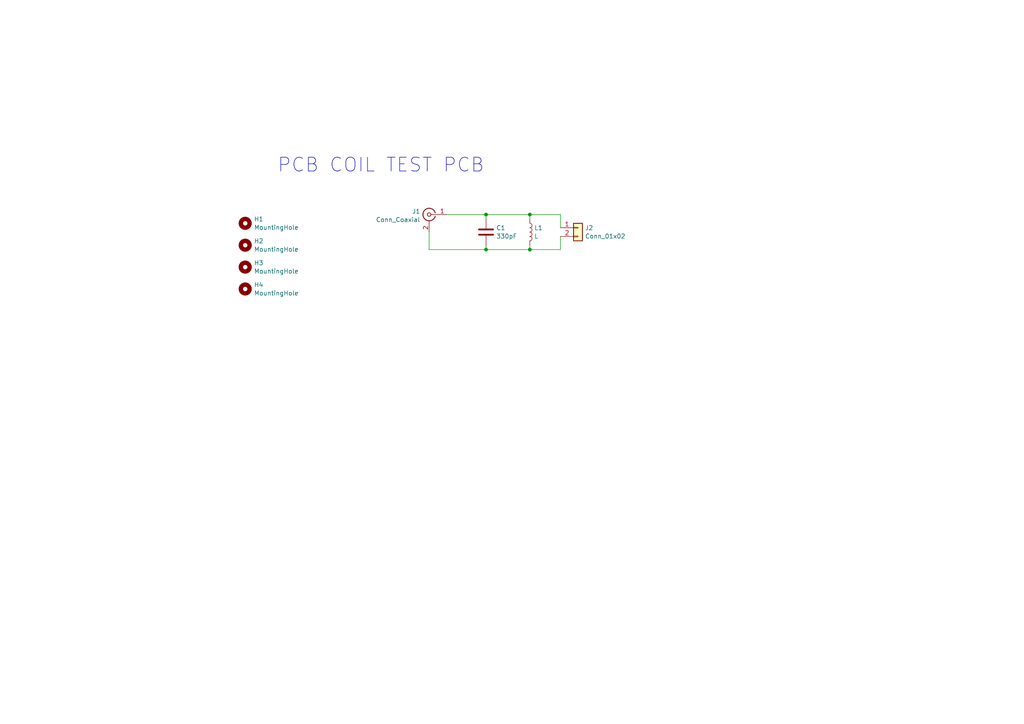
<source format=kicad_sch>
(kicad_sch
	(version 20231120)
	(generator "eeschema")
	(generator_version "8.0")
	(uuid "b6860155-4788-4ed4-bed3-b98e818ddcfb")
	(paper "A4")
	(lib_symbols
		(symbol "Connector:Conn_Coaxial"
			(pin_names
				(offset 1.016) hide)
			(exclude_from_sim no)
			(in_bom yes)
			(on_board yes)
			(property "Reference" "J"
				(at 0.254 3.048 0)
				(effects
					(font
						(size 1.27 1.27)
					)
				)
			)
			(property "Value" "Conn_Coaxial"
				(at 2.921 0 90)
				(effects
					(font
						(size 1.27 1.27)
					)
				)
			)
			(property "Footprint" ""
				(at 0 0 0)
				(effects
					(font
						(size 1.27 1.27)
					)
					(hide yes)
				)
			)
			(property "Datasheet" " ~"
				(at 0 0 0)
				(effects
					(font
						(size 1.27 1.27)
					)
					(hide yes)
				)
			)
			(property "Description" "coaxial connector (BNC, SMA, SMB, SMC, Cinch/RCA, LEMO, ...)"
				(at 0 0 0)
				(effects
					(font
						(size 1.27 1.27)
					)
					(hide yes)
				)
			)
			(property "ki_keywords" "BNC SMA SMB SMC LEMO coaxial connector CINCH RCA MCX MMCX U.FL UMRF"
				(at 0 0 0)
				(effects
					(font
						(size 1.27 1.27)
					)
					(hide yes)
				)
			)
			(property "ki_fp_filters" "*BNC* *SMA* *SMB* *SMC* *Cinch* *LEMO* *UMRF* *MCX* *U.FL*"
				(at 0 0 0)
				(effects
					(font
						(size 1.27 1.27)
					)
					(hide yes)
				)
			)
			(symbol "Conn_Coaxial_0_1"
				(arc
					(start -1.778 -0.508)
					(mid 0.2311 -1.8066)
					(end 1.778 0)
					(stroke
						(width 0.254)
						(type default)
					)
					(fill
						(type none)
					)
				)
				(polyline
					(pts
						(xy -2.54 0) (xy -0.508 0)
					)
					(stroke
						(width 0)
						(type default)
					)
					(fill
						(type none)
					)
				)
				(polyline
					(pts
						(xy 0 -2.54) (xy 0 -1.778)
					)
					(stroke
						(width 0)
						(type default)
					)
					(fill
						(type none)
					)
				)
				(circle
					(center 0 0)
					(radius 0.508)
					(stroke
						(width 0.2032)
						(type default)
					)
					(fill
						(type none)
					)
				)
				(arc
					(start 1.778 0)
					(mid 0.2099 1.8101)
					(end -1.778 0.508)
					(stroke
						(width 0.254)
						(type default)
					)
					(fill
						(type none)
					)
				)
			)
			(symbol "Conn_Coaxial_1_1"
				(pin passive line
					(at -5.08 0 0)
					(length 2.54)
					(name "In"
						(effects
							(font
								(size 1.27 1.27)
							)
						)
					)
					(number "1"
						(effects
							(font
								(size 1.27 1.27)
							)
						)
					)
				)
				(pin passive line
					(at 0 -5.08 90)
					(length 2.54)
					(name "Ext"
						(effects
							(font
								(size 1.27 1.27)
							)
						)
					)
					(number "2"
						(effects
							(font
								(size 1.27 1.27)
							)
						)
					)
				)
			)
		)
		(symbol "Connector_Generic:Conn_01x02"
			(pin_names
				(offset 1.016) hide)
			(exclude_from_sim no)
			(in_bom yes)
			(on_board yes)
			(property "Reference" "J"
				(at 0 2.54 0)
				(effects
					(font
						(size 1.27 1.27)
					)
				)
			)
			(property "Value" "Conn_01x02"
				(at 0 -5.08 0)
				(effects
					(font
						(size 1.27 1.27)
					)
				)
			)
			(property "Footprint" ""
				(at 0 0 0)
				(effects
					(font
						(size 1.27 1.27)
					)
					(hide yes)
				)
			)
			(property "Datasheet" "~"
				(at 0 0 0)
				(effects
					(font
						(size 1.27 1.27)
					)
					(hide yes)
				)
			)
			(property "Description" "Generic connector, single row, 01x02, script generated (kicad-library-utils/schlib/autogen/connector/)"
				(at 0 0 0)
				(effects
					(font
						(size 1.27 1.27)
					)
					(hide yes)
				)
			)
			(property "ki_keywords" "connector"
				(at 0 0 0)
				(effects
					(font
						(size 1.27 1.27)
					)
					(hide yes)
				)
			)
			(property "ki_fp_filters" "Connector*:*_1x??_*"
				(at 0 0 0)
				(effects
					(font
						(size 1.27 1.27)
					)
					(hide yes)
				)
			)
			(symbol "Conn_01x02_1_1"
				(rectangle
					(start -1.27 -2.413)
					(end 0 -2.667)
					(stroke
						(width 0.1524)
						(type default)
					)
					(fill
						(type none)
					)
				)
				(rectangle
					(start -1.27 0.127)
					(end 0 -0.127)
					(stroke
						(width 0.1524)
						(type default)
					)
					(fill
						(type none)
					)
				)
				(rectangle
					(start -1.27 1.27)
					(end 1.27 -3.81)
					(stroke
						(width 0.254)
						(type default)
					)
					(fill
						(type background)
					)
				)
				(pin passive line
					(at -5.08 0 0)
					(length 3.81)
					(name "Pin_1"
						(effects
							(font
								(size 1.27 1.27)
							)
						)
					)
					(number "1"
						(effects
							(font
								(size 1.27 1.27)
							)
						)
					)
				)
				(pin passive line
					(at -5.08 -2.54 0)
					(length 3.81)
					(name "Pin_2"
						(effects
							(font
								(size 1.27 1.27)
							)
						)
					)
					(number "2"
						(effects
							(font
								(size 1.27 1.27)
							)
						)
					)
				)
			)
		)
		(symbol "Device:C"
			(pin_numbers hide)
			(pin_names
				(offset 0.254)
			)
			(exclude_from_sim no)
			(in_bom yes)
			(on_board yes)
			(property "Reference" "C"
				(at 0.635 2.54 0)
				(effects
					(font
						(size 1.27 1.27)
					)
					(justify left)
				)
			)
			(property "Value" "C"
				(at 0.635 -2.54 0)
				(effects
					(font
						(size 1.27 1.27)
					)
					(justify left)
				)
			)
			(property "Footprint" ""
				(at 0.9652 -3.81 0)
				(effects
					(font
						(size 1.27 1.27)
					)
					(hide yes)
				)
			)
			(property "Datasheet" "~"
				(at 0 0 0)
				(effects
					(font
						(size 1.27 1.27)
					)
					(hide yes)
				)
			)
			(property "Description" "Unpolarized capacitor"
				(at 0 0 0)
				(effects
					(font
						(size 1.27 1.27)
					)
					(hide yes)
				)
			)
			(property "ki_keywords" "cap capacitor"
				(at 0 0 0)
				(effects
					(font
						(size 1.27 1.27)
					)
					(hide yes)
				)
			)
			(property "ki_fp_filters" "C_*"
				(at 0 0 0)
				(effects
					(font
						(size 1.27 1.27)
					)
					(hide yes)
				)
			)
			(symbol "C_0_1"
				(polyline
					(pts
						(xy -2.032 -0.762) (xy 2.032 -0.762)
					)
					(stroke
						(width 0.508)
						(type default)
					)
					(fill
						(type none)
					)
				)
				(polyline
					(pts
						(xy -2.032 0.762) (xy 2.032 0.762)
					)
					(stroke
						(width 0.508)
						(type default)
					)
					(fill
						(type none)
					)
				)
			)
			(symbol "C_1_1"
				(pin passive line
					(at 0 3.81 270)
					(length 2.794)
					(name "~"
						(effects
							(font
								(size 1.27 1.27)
							)
						)
					)
					(number "1"
						(effects
							(font
								(size 1.27 1.27)
							)
						)
					)
				)
				(pin passive line
					(at 0 -3.81 90)
					(length 2.794)
					(name "~"
						(effects
							(font
								(size 1.27 1.27)
							)
						)
					)
					(number "2"
						(effects
							(font
								(size 1.27 1.27)
							)
						)
					)
				)
			)
		)
		(symbol "Device:L"
			(pin_numbers hide)
			(pin_names
				(offset 1.016) hide)
			(exclude_from_sim no)
			(in_bom yes)
			(on_board yes)
			(property "Reference" "L"
				(at -1.27 0 90)
				(effects
					(font
						(size 1.27 1.27)
					)
				)
			)
			(property "Value" "L"
				(at 1.905 0 90)
				(effects
					(font
						(size 1.27 1.27)
					)
				)
			)
			(property "Footprint" ""
				(at 0 0 0)
				(effects
					(font
						(size 1.27 1.27)
					)
					(hide yes)
				)
			)
			(property "Datasheet" "~"
				(at 0 0 0)
				(effects
					(font
						(size 1.27 1.27)
					)
					(hide yes)
				)
			)
			(property "Description" "Inductor"
				(at 0 0 0)
				(effects
					(font
						(size 1.27 1.27)
					)
					(hide yes)
				)
			)
			(property "ki_keywords" "inductor choke coil reactor magnetic"
				(at 0 0 0)
				(effects
					(font
						(size 1.27 1.27)
					)
					(hide yes)
				)
			)
			(property "ki_fp_filters" "Choke_* *Coil* Inductor_* L_*"
				(at 0 0 0)
				(effects
					(font
						(size 1.27 1.27)
					)
					(hide yes)
				)
			)
			(symbol "L_0_1"
				(arc
					(start 0 -2.54)
					(mid 0.6323 -1.905)
					(end 0 -1.27)
					(stroke
						(width 0)
						(type default)
					)
					(fill
						(type none)
					)
				)
				(arc
					(start 0 -1.27)
					(mid 0.6323 -0.635)
					(end 0 0)
					(stroke
						(width 0)
						(type default)
					)
					(fill
						(type none)
					)
				)
				(arc
					(start 0 0)
					(mid 0.6323 0.635)
					(end 0 1.27)
					(stroke
						(width 0)
						(type default)
					)
					(fill
						(type none)
					)
				)
				(arc
					(start 0 1.27)
					(mid 0.6323 1.905)
					(end 0 2.54)
					(stroke
						(width 0)
						(type default)
					)
					(fill
						(type none)
					)
				)
			)
			(symbol "L_1_1"
				(pin passive line
					(at 0 3.81 270)
					(length 1.27)
					(name "1"
						(effects
							(font
								(size 1.27 1.27)
							)
						)
					)
					(number "1"
						(effects
							(font
								(size 1.27 1.27)
							)
						)
					)
				)
				(pin passive line
					(at 0 -3.81 90)
					(length 1.27)
					(name "2"
						(effects
							(font
								(size 1.27 1.27)
							)
						)
					)
					(number "2"
						(effects
							(font
								(size 1.27 1.27)
							)
						)
					)
				)
			)
		)
		(symbol "Mechanical:MountingHole"
			(pin_names
				(offset 1.016)
			)
			(exclude_from_sim yes)
			(in_bom no)
			(on_board yes)
			(property "Reference" "H"
				(at 0 5.08 0)
				(effects
					(font
						(size 1.27 1.27)
					)
				)
			)
			(property "Value" "MountingHole"
				(at 0 3.175 0)
				(effects
					(font
						(size 1.27 1.27)
					)
				)
			)
			(property "Footprint" ""
				(at 0 0 0)
				(effects
					(font
						(size 1.27 1.27)
					)
					(hide yes)
				)
			)
			(property "Datasheet" "~"
				(at 0 0 0)
				(effects
					(font
						(size 1.27 1.27)
					)
					(hide yes)
				)
			)
			(property "Description" "Mounting Hole without connection"
				(at 0 0 0)
				(effects
					(font
						(size 1.27 1.27)
					)
					(hide yes)
				)
			)
			(property "ki_keywords" "mounting hole"
				(at 0 0 0)
				(effects
					(font
						(size 1.27 1.27)
					)
					(hide yes)
				)
			)
			(property "ki_fp_filters" "MountingHole*"
				(at 0 0 0)
				(effects
					(font
						(size 1.27 1.27)
					)
					(hide yes)
				)
			)
			(symbol "MountingHole_0_1"
				(circle
					(center 0 0)
					(radius 1.27)
					(stroke
						(width 1.27)
						(type default)
					)
					(fill
						(type none)
					)
				)
			)
		)
	)
	(junction
		(at 153.67 72.39)
		(diameter 0)
		(color 0 0 0 0)
		(uuid "6801e8b0-9d14-45bf-b7ea-f7796a09c14a")
	)
	(junction
		(at 140.97 72.39)
		(diameter 0)
		(color 0 0 0 0)
		(uuid "7589b6b6-7619-47ae-a494-df3560110676")
	)
	(junction
		(at 140.97 62.23)
		(diameter 0)
		(color 0 0 0 0)
		(uuid "e09efcd0-7a99-49d6-a1e7-a38e0d245bcb")
	)
	(junction
		(at 153.67 62.23)
		(diameter 0)
		(color 0 0 0 0)
		(uuid "fa78b7f2-ca15-4122-bb77-3fa16452fe71")
	)
	(wire
		(pts
			(xy 140.97 72.39) (xy 124.46 72.39)
		)
		(stroke
			(width 0)
			(type default)
		)
		(uuid "18bbad26-e166-4218-8ab8-238428a5b2aa")
	)
	(wire
		(pts
			(xy 162.56 62.23) (xy 153.67 62.23)
		)
		(stroke
			(width 0)
			(type default)
		)
		(uuid "22cc4e65-6900-4371-9370-618c4dcb78e4")
	)
	(wire
		(pts
			(xy 162.56 66.04) (xy 162.56 62.23)
		)
		(stroke
			(width 0)
			(type default)
		)
		(uuid "34401b82-3c39-4cce-83fd-b2c35bc0c409")
	)
	(wire
		(pts
			(xy 153.67 72.39) (xy 140.97 72.39)
		)
		(stroke
			(width 0)
			(type default)
		)
		(uuid "462a059b-db63-46ff-8fc4-de340702f44f")
	)
	(wire
		(pts
			(xy 140.97 62.23) (xy 140.97 63.5)
		)
		(stroke
			(width 0)
			(type default)
		)
		(uuid "551f86c9-81ae-4c3b-88ad-18e6868778fa")
	)
	(wire
		(pts
			(xy 153.67 62.23) (xy 153.67 63.5)
		)
		(stroke
			(width 0)
			(type default)
		)
		(uuid "5d23fa9c-f3e1-497b-959e-6549f50b1440")
	)
	(wire
		(pts
			(xy 140.97 71.12) (xy 140.97 72.39)
		)
		(stroke
			(width 0)
			(type default)
		)
		(uuid "94cf5362-3cf4-4b94-9052-01d8f5f83760")
	)
	(wire
		(pts
			(xy 153.67 71.12) (xy 153.67 72.39)
		)
		(stroke
			(width 0)
			(type default)
		)
		(uuid "96db9cee-f2d7-41d2-9bec-49c0c0ea4693")
	)
	(wire
		(pts
			(xy 124.46 72.39) (xy 124.46 67.31)
		)
		(stroke
			(width 0)
			(type default)
		)
		(uuid "a7abea15-30ff-4dd3-9fd4-a19b8810c349")
	)
	(wire
		(pts
			(xy 162.56 68.58) (xy 162.56 72.39)
		)
		(stroke
			(width 0)
			(type default)
		)
		(uuid "bafd08f7-8d10-433e-828a-6481d61a116b")
	)
	(wire
		(pts
			(xy 140.97 62.23) (xy 153.67 62.23)
		)
		(stroke
			(width 0)
			(type default)
		)
		(uuid "ceb63e7b-6d38-4764-8d68-fb0fe5d7b6b7")
	)
	(wire
		(pts
			(xy 129.54 62.23) (xy 140.97 62.23)
		)
		(stroke
			(width 0)
			(type default)
		)
		(uuid "cfd522a2-bd8b-43e4-9a65-5e5a00503e29")
	)
	(wire
		(pts
			(xy 162.56 72.39) (xy 153.67 72.39)
		)
		(stroke
			(width 0)
			(type default)
		)
		(uuid "fcb44d85-11a9-48ed-abd4-fe1d2536658e")
	)
	(text "PCB COIL TEST PCB"
		(exclude_from_sim no)
		(at 110.49 48.006 0)
		(effects
			(font
				(size 4 4)
			)
		)
		(uuid "efa62670-5392-4493-9343-82592fd28625")
	)
	(symbol
		(lib_id "Connector:Conn_Coaxial")
		(at 124.46 62.23 0)
		(mirror y)
		(unit 1)
		(exclude_from_sim no)
		(in_bom yes)
		(on_board yes)
		(dnp no)
		(uuid "2e78d3a8-629c-47be-9e0c-a22008597233")
		(property "Reference" "J1"
			(at 121.9199 61.311 0)
			(effects
				(font
					(size 1.27 1.27)
				)
				(justify left)
			)
		)
		(property "Value" "Conn_Coaxial"
			(at 121.9199 63.7353 0)
			(effects
				(font
					(size 1.27 1.27)
				)
				(justify left)
			)
		)
		(property "Footprint" "Connector_Coaxial:SMB_Jack_Vertical"
			(at 124.46 62.23 0)
			(effects
				(font
					(size 1.27 1.27)
				)
				(hide yes)
			)
		)
		(property "Datasheet" " ~"
			(at 124.46 62.23 0)
			(effects
				(font
					(size 1.27 1.27)
				)
				(hide yes)
			)
		)
		(property "Description" "coaxial connector (BNC, SMA, SMB, SMC, Cinch/RCA, LEMO, ...)"
			(at 124.46 62.23 0)
			(effects
				(font
					(size 1.27 1.27)
				)
				(hide yes)
			)
		)
		(property "LCSC" "C2797251"
			(at 124.46 62.23 0)
			(effects
				(font
					(size 1.27 1.27)
				)
				(hide yes)
			)
		)
		(pin "1"
			(uuid "0747de70-f028-4a76-baad-b23ba6a5b52c")
		)
		(pin "2"
			(uuid "992ac550-9948-493b-a01b-2d39da77b709")
		)
		(instances
			(project "eddy_pcb_coil"
				(path "/b6860155-4788-4ed4-bed3-b98e818ddcfb"
					(reference "J1")
					(unit 1)
				)
			)
		)
	)
	(symbol
		(lib_id "Device:C")
		(at 140.97 67.31 0)
		(unit 1)
		(exclude_from_sim no)
		(in_bom yes)
		(on_board yes)
		(dnp no)
		(fields_autoplaced yes)
		(uuid "3d499fce-b92a-4982-bc89-be1a7921faa0")
		(property "Reference" "C1"
			(at 143.891 66.0978 0)
			(effects
				(font
					(size 1.27 1.27)
				)
				(justify left)
			)
		)
		(property "Value" "330pF"
			(at 143.891 68.5221 0)
			(effects
				(font
					(size 1.27 1.27)
				)
				(justify left)
			)
		)
		(property "Footprint" "Capacitor_SMD:C_0805_2012Metric"
			(at 141.9352 71.12 0)
			(effects
				(font
					(size 1.27 1.27)
				)
				(hide yes)
			)
		)
		(property "Datasheet" "~"
			(at 140.97 67.31 0)
			(effects
				(font
					(size 1.27 1.27)
				)
				(hide yes)
			)
		)
		(property "Description" "Unpolarized capacitor"
			(at 140.97 67.31 0)
			(effects
				(font
					(size 1.27 1.27)
				)
				(hide yes)
			)
		)
		(property "LCSC" "C527075"
			(at 140.97 67.31 0)
			(effects
				(font
					(size 1.27 1.27)
				)
				(hide yes)
			)
		)
		(pin "2"
			(uuid "366c82ac-10f7-4a13-9c41-21afd81dfb4e")
		)
		(pin "1"
			(uuid "2296cc4e-d047-4fe4-b1a5-12fdedf66948")
		)
		(instances
			(project "eddy_pcb_coil"
				(path "/b6860155-4788-4ed4-bed3-b98e818ddcfb"
					(reference "C1")
					(unit 1)
				)
			)
		)
	)
	(symbol
		(lib_id "Mechanical:MountingHole")
		(at 71.12 71.12 0)
		(unit 1)
		(exclude_from_sim yes)
		(in_bom no)
		(on_board yes)
		(dnp no)
		(fields_autoplaced yes)
		(uuid "8e4fcee7-7474-4d31-9577-1d1ee9d4f19e")
		(property "Reference" "H2"
			(at 73.66 69.9078 0)
			(effects
				(font
					(size 1.27 1.27)
				)
				(justify left)
			)
		)
		(property "Value" "MountingHole"
			(at 73.66 72.3321 0)
			(effects
				(font
					(size 1.27 1.27)
				)
				(justify left)
			)
		)
		(property "Footprint" "MountingHole:MountingHole_3.2mm_M3"
			(at 71.12 71.12 0)
			(effects
				(font
					(size 1.27 1.27)
				)
				(hide yes)
			)
		)
		(property "Datasheet" "~"
			(at 71.12 71.12 0)
			(effects
				(font
					(size 1.27 1.27)
				)
				(hide yes)
			)
		)
		(property "Description" "Mounting Hole without connection"
			(at 71.12 71.12 0)
			(effects
				(font
					(size 1.27 1.27)
				)
				(hide yes)
			)
		)
		(instances
			(project "eddy_pcb_coil"
				(path "/b6860155-4788-4ed4-bed3-b98e818ddcfb"
					(reference "H2")
					(unit 1)
				)
			)
		)
	)
	(symbol
		(lib_id "Connector_Generic:Conn_01x02")
		(at 167.64 66.04 0)
		(unit 1)
		(exclude_from_sim no)
		(in_bom yes)
		(on_board yes)
		(dnp no)
		(fields_autoplaced yes)
		(uuid "c14b893f-b498-4f93-bea0-eed3718afd3f")
		(property "Reference" "J2"
			(at 169.672 66.0978 0)
			(effects
				(font
					(size 1.27 1.27)
				)
				(justify left)
			)
		)
		(property "Value" "Conn_01x02"
			(at 169.672 68.5221 0)
			(effects
				(font
					(size 1.27 1.27)
				)
				(justify left)
			)
		)
		(property "Footprint" "Connector_PinHeader_2.54mm:PinHeader_1x02_P2.54mm_Vertical"
			(at 167.64 66.04 0)
			(effects
				(font
					(size 1.27 1.27)
				)
				(hide yes)
			)
		)
		(property "Datasheet" "~"
			(at 167.64 66.04 0)
			(effects
				(font
					(size 1.27 1.27)
				)
				(hide yes)
			)
		)
		(property "Description" "Generic connector, single row, 01x02, script generated (kicad-library-utils/schlib/autogen/connector/)"
			(at 167.64 66.04 0)
			(effects
				(font
					(size 1.27 1.27)
				)
				(hide yes)
			)
		)
		(pin "1"
			(uuid "a864ea33-92a7-4a3f-8da9-7586642ae2e7")
		)
		(pin "2"
			(uuid "482c4c17-c251-4146-8cc3-6dff77f7066d")
		)
		(instances
			(project "eddy_pcb_coil"
				(path "/b6860155-4788-4ed4-bed3-b98e818ddcfb"
					(reference "J2")
					(unit 1)
				)
			)
		)
	)
	(symbol
		(lib_id "Mechanical:MountingHole")
		(at 71.12 64.77 0)
		(unit 1)
		(exclude_from_sim yes)
		(in_bom no)
		(on_board yes)
		(dnp no)
		(fields_autoplaced yes)
		(uuid "d1f0bc9a-ba0b-43c8-a553-a6d95a539559")
		(property "Reference" "H1"
			(at 73.66 63.5578 0)
			(effects
				(font
					(size 1.27 1.27)
				)
				(justify left)
			)
		)
		(property "Value" "MountingHole"
			(at 73.66 65.9821 0)
			(effects
				(font
					(size 1.27 1.27)
				)
				(justify left)
			)
		)
		(property "Footprint" "MountingHole:MountingHole_3.2mm_M3"
			(at 71.12 64.77 0)
			(effects
				(font
					(size 1.27 1.27)
				)
				(hide yes)
			)
		)
		(property "Datasheet" "~"
			(at 71.12 64.77 0)
			(effects
				(font
					(size 1.27 1.27)
				)
				(hide yes)
			)
		)
		(property "Description" "Mounting Hole without connection"
			(at 71.12 64.77 0)
			(effects
				(font
					(size 1.27 1.27)
				)
				(hide yes)
			)
		)
		(instances
			(project "eddy_pcb_coil"
				(path "/b6860155-4788-4ed4-bed3-b98e818ddcfb"
					(reference "H1")
					(unit 1)
				)
			)
		)
	)
	(symbol
		(lib_id "Device:L")
		(at 153.67 67.31 0)
		(unit 1)
		(exclude_from_sim no)
		(in_bom yes)
		(on_board yes)
		(dnp no)
		(fields_autoplaced yes)
		(uuid "d6897168-ea02-4df3-9e56-404937d6629e")
		(property "Reference" "L1"
			(at 154.9372 66.0978 0)
			(effects
				(font
					(size 1.27 1.27)
				)
				(justify left)
			)
		)
		(property "Value" "L"
			(at 154.9372 68.5221 0)
			(effects
				(font
					(size 1.27 1.27)
				)
				(justify left)
			)
		)
		(property "Footprint" "pcb_coils:pcb_coil_30_turns_2_layers_30mm_od"
			(at 153.67 67.31 0)
			(effects
				(font
					(size 1.27 1.27)
				)
				(hide yes)
			)
		)
		(property "Datasheet" "~"
			(at 153.67 67.31 0)
			(effects
				(font
					(size 1.27 1.27)
				)
				(hide yes)
			)
		)
		(property "Description" "Inductor"
			(at 153.67 67.31 0)
			(effects
				(font
					(size 1.27 1.27)
				)
				(hide yes)
			)
		)
		(pin "1"
			(uuid "04444bd4-0ede-49b6-9ed1-4b7c41f4efc9")
		)
		(pin "2"
			(uuid "2d391168-bafa-4565-a911-2b1875a8a5f9")
		)
		(instances
			(project "eddy_pcb_coil"
				(path "/b6860155-4788-4ed4-bed3-b98e818ddcfb"
					(reference "L1")
					(unit 1)
				)
			)
		)
	)
	(symbol
		(lib_id "Mechanical:MountingHole")
		(at 71.12 83.82 0)
		(unit 1)
		(exclude_from_sim yes)
		(in_bom no)
		(on_board yes)
		(dnp no)
		(fields_autoplaced yes)
		(uuid "e89a3ad1-1aac-4fe2-9711-98fcaf0de417")
		(property "Reference" "H4"
			(at 73.66 82.6078 0)
			(effects
				(font
					(size 1.27 1.27)
				)
				(justify left)
			)
		)
		(property "Value" "MountingHole"
			(at 73.66 85.0321 0)
			(effects
				(font
					(size 1.27 1.27)
				)
				(justify left)
			)
		)
		(property "Footprint" "MountingHole:MountingHole_3.2mm_M3"
			(at 71.12 83.82 0)
			(effects
				(font
					(size 1.27 1.27)
				)
				(hide yes)
			)
		)
		(property "Datasheet" "~"
			(at 71.12 83.82 0)
			(effects
				(font
					(size 1.27 1.27)
				)
				(hide yes)
			)
		)
		(property "Description" "Mounting Hole without connection"
			(at 71.12 83.82 0)
			(effects
				(font
					(size 1.27 1.27)
				)
				(hide yes)
			)
		)
		(instances
			(project "eddy_pcb_coil"
				(path "/b6860155-4788-4ed4-bed3-b98e818ddcfb"
					(reference "H4")
					(unit 1)
				)
			)
		)
	)
	(symbol
		(lib_id "Mechanical:MountingHole")
		(at 71.12 77.47 0)
		(unit 1)
		(exclude_from_sim yes)
		(in_bom no)
		(on_board yes)
		(dnp no)
		(fields_autoplaced yes)
		(uuid "f8e63ef7-9d86-4756-aa85-c3a4a9548e85")
		(property "Reference" "H3"
			(at 73.66 76.2578 0)
			(effects
				(font
					(size 1.27 1.27)
				)
				(justify left)
			)
		)
		(property "Value" "MountingHole"
			(at 73.66 78.6821 0)
			(effects
				(font
					(size 1.27 1.27)
				)
				(justify left)
			)
		)
		(property "Footprint" "MountingHole:MountingHole_3.2mm_M3"
			(at 71.12 77.47 0)
			(effects
				(font
					(size 1.27 1.27)
				)
				(hide yes)
			)
		)
		(property "Datasheet" "~"
			(at 71.12 77.47 0)
			(effects
				(font
					(size 1.27 1.27)
				)
				(hide yes)
			)
		)
		(property "Description" "Mounting Hole without connection"
			(at 71.12 77.47 0)
			(effects
				(font
					(size 1.27 1.27)
				)
				(hide yes)
			)
		)
		(instances
			(project "eddy_pcb_coil"
				(path "/b6860155-4788-4ed4-bed3-b98e818ddcfb"
					(reference "H3")
					(unit 1)
				)
			)
		)
	)
	(sheet_instances
		(path "/"
			(page "1")
		)
	)
)
</source>
